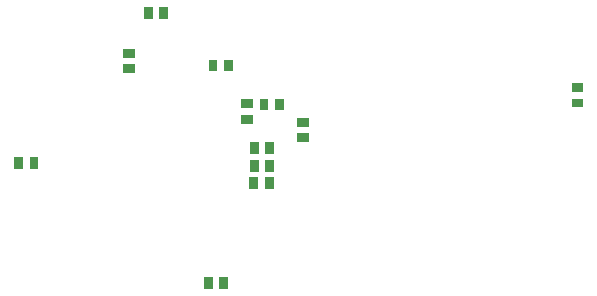
<source format=gbr>
G04 start of page 9 for group -4014 idx -4014 *
G04 Title: (unknown), bottompaste *
G04 Creator: pcb 20091103 *
G04 CreationDate: Tue 04 Jan 2011 15:16:32 GMT UTC *
G04 For: thomas *
G04 Format: Gerber/RS-274X *
G04 PCB-Dimensions: 285430 157480 *
G04 PCB-Coordinate-Origin: lower left *
%MOIN*%
%FSLAX25Y25*%
%LNBACKPASTE*%
%ADD23R,0.0295X0.0295*%
G54D23*X179500Y71980D02*Y70996D01*
X174382Y71980D02*Y70996D01*
X179618Y83464D02*Y82480D01*
X174500Y83464D02*Y82480D01*
X139205Y128582D02*Y127598D01*
X144323Y128582D02*Y127598D01*
X190272Y86531D02*X191256D01*
X190272Y91649D02*X191256D01*
X281796Y103208D02*X282780D01*
X281796Y98090D02*X282780D01*
X164323Y38582D02*Y37598D01*
X159205Y38582D02*Y37598D01*
X177764Y98106D02*Y97122D01*
X182882Y98106D02*Y97122D01*
X165882Y111090D02*Y110106D01*
X160764Y111090D02*Y110106D01*
X132272Y109531D02*X133256D01*
X132272Y114649D02*X133256D01*
X174500Y77480D02*Y76496D01*
X179618Y77480D02*Y76496D01*
X96000Y78464D02*Y77480D01*
X101118Y78464D02*Y77480D01*
X171516Y97846D02*X172500D01*
X171516Y92728D02*X172500D01*
M02*

</source>
